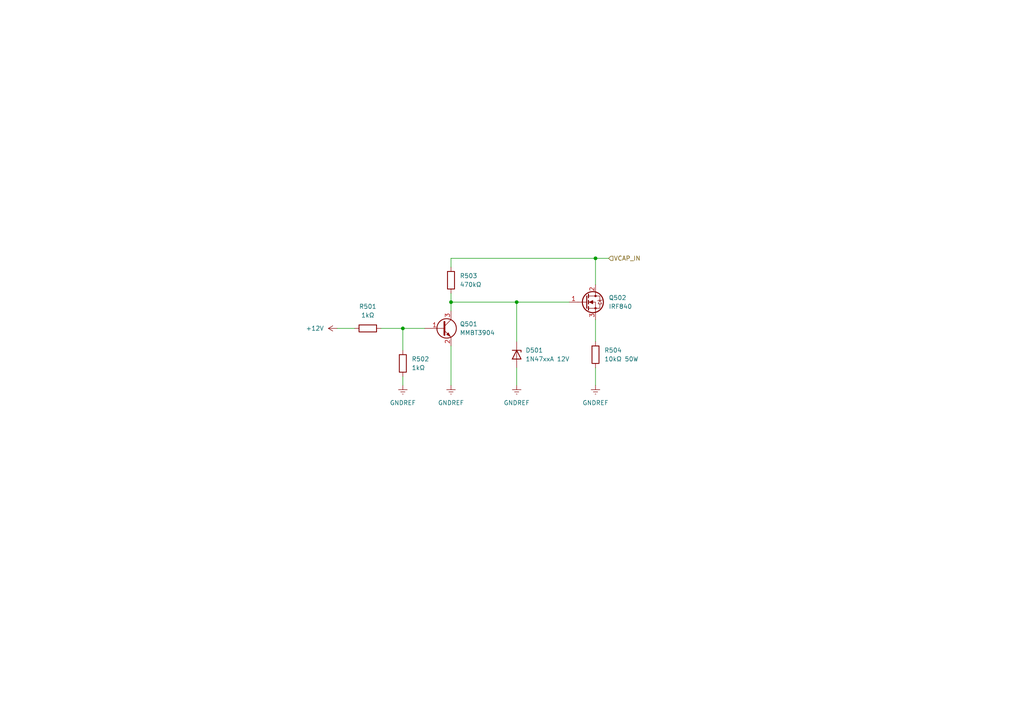
<source format=kicad_sch>
(kicad_sch (version 20211123) (generator eeschema)
  (paper "A4")
  (title_block (title "Ball Plunger Board") (date "2022-09-02") (rev "1") (company "Politeknik Negeri Ujung Pandang") (comment 1 "Engineer: Nur Wahyu Mahardika"))
  (lib_symbols
    (symbol "Ball_Plunger_Lib:IRF840" (pin_names (offset 1.016) hide)
      (property "Reference" "Q" (at 5.588 1.1684 0))
      (property "Value" "IRF840" (at 5.588 -1.143 0))
      (symbol "IRF840_0_1"
        (polyline (pts (xy 0 0) (xy -2.54 0)))
        (polyline (pts (xy 0 1.778) (xy 0 -1.778)) (stroke (width 0.3048)))
        (polyline (pts (xy 0.508 -1.778) (xy 2.54 -1.778)))
        (polyline (pts (xy 0.508 -1.27) (xy 0.508 -2.286)) (stroke (width 0.3048)))
        (polyline (pts (xy 0.508 0.508) (xy 0.508 -0.508)) (stroke (width 0.3048)))
        (polyline (pts (xy 0.508 1.27) (xy 0.508 2.286)) (stroke (width 0.3048)))
        (polyline (pts (xy 0.508 1.778) (xy 2.54 1.778) (xy 2.54 2.54)))
        (polyline (pts (xy 2.54 -2.54) (xy 2.54 0) (xy 0.508 0)))
        (polyline (pts (xy 2.54 1.778) (xy 3.81 1.778) (xy 3.81 0.508)))
        (polyline (pts (xy 3.81 -0.508) (xy 3.81 -1.778) (xy 2.54 -1.778)))
        (polyline (pts (xy 0.762 0) (xy 1.778 0.508) (xy 1.778 -0.508) (xy 0.762 0)) (fill (type outline)))
        (polyline (pts (xy 3.81 0.508) (xy 3.302 -0.508) (xy 4.318 -0.508) (xy 3.81 0.508)))
        (polyline (pts (xy 4.445 0.635) (xy 4.318 0.508) (xy 3.302 0.508) (xy 3.175 0.381)))
        (circle (center 1.778 0) (radius 3.048) (stroke (width 0.3048)))
        (circle (center 2.54 -1.778) (radius 0.254) (fill (type outline)))
        (circle (center 2.54 1.778) (radius 0.254) (fill (type outline)))
      )
      (symbol "IRF840_1_1"
        (pin input line (at -5.08 0 0) (length 2.54) (name "G") (number "1"))
        (pin passive line (at 2.54 5.08 270) (length 2.54) (name "D") (number "2"))
        (pin passive line (at 2.54 -5.08 90) (length 2.54) (name "S") (number "3"))
      )
    )
    (symbol "Device:R" (pin_numbers hide) (pin_names (offset 0))
      (property "Reference" "R" (at 2.032 0 90))
      (property "Value" "R" (at 0 0 90))
      (symbol "R_0_1"
        (rectangle (start -1.016 -2.54) (end 1.016 2.54) (stroke (width 0.254)))
      )
      (symbol "R_1_1"
        (pin passive line (at 0 3.81 270) (length 1.27) (name "~") (number "1"))
        (pin passive line (at 0 -3.81 90) (length 1.27) (name "~") (number "2"))
      )
    )
    (symbol "Diode:1N47xxA" (pin_numbers hide) (pin_names hide)
      (property "Reference" "D" (at 0 2.54 0))
      (property "Value" "1N47xxA" (at 0 -2.54 0))
      (symbol "1N47xxA_0_1"
        (polyline (pts (xy 1.27 0) (xy -1.27 0)))
        (polyline (pts (xy -1.27 -1.27) (xy -1.27 1.27) (xy -0.762 1.27)) (stroke (width 0.254)))
        (polyline (pts (xy 1.27 -1.27) (xy 1.27 1.27) (xy -1.27 0) (xy 1.27 -1.27)) (stroke (width 0.254)))
      )
      (symbol "1N47xxA_1_1"
        (pin passive line (at -3.81 0 0) (length 2.54) (name "K") (number "1"))
        (pin passive line (at 3.81 0 180) (length 2.54) (name "A") (number "2"))
      )
    )
    (symbol "Transistor_BJT:MMBT3904" (pin_names (offset 0) hide)
      (property "Reference" "Q" (at 5.08 1.905 0))
      (property "Value" "MMBT3904" (at 5.08 0 0))
      (symbol "MMBT3904_0_1"
        (polyline (pts (xy 0.635 0.635) (xy 2.54 2.54)))
        (polyline (pts (xy 0.635 -0.635) (xy 2.54 -2.54) (xy 2.54 -2.54)))
        (polyline (pts (xy 0.635 1.905) (xy 0.635 -1.905) (xy 0.635 -1.905)) (stroke (width 0.508)))
        (polyline (pts (xy 1.27 -1.778) (xy 1.778 -1.27) (xy 2.286 -2.286) (xy 1.27 -1.778) (xy 1.27 -1.778)) (fill (type outline)))
        (circle (center 1.27 0) (radius 2.8194) (stroke (width 0.254)))
      )
      (symbol "MMBT3904_1_1"
        (pin input line (at -5.08 0 0) (length 5.715) (name "B") (number "1"))
        (pin passive line (at 2.54 -5.08 90) (length 2.54) (name "E") (number "2"))
        (pin passive line (at 2.54 5.08 270) (length 2.54) (name "C") (number "3"))
      )
    )
    (symbol "power:+12V" (power) (pin_names (offset 0))
      (property "Value" "+12V" (at 0 3.556 0))
      (symbol "+12V_0_1"
        (polyline (pts (xy -0.762 1.27) (xy 0 2.54)))
        (polyline (pts (xy 0 0) (xy 0 2.54)))
        (polyline (pts (xy 0 2.54) (xy 0.762 1.27)))
      )
      (symbol "+12V_1_1"
        (pin power_in line (at 0 0 90) (length 0) hide (name "+12V") (number "1"))
      )
    )
    (symbol "power:GNDREF" (power) (pin_names (offset 0))
      (property "Value" "GNDREF" (at 0 -3.81 0))
      (symbol "GNDREF_0_1"
        (polyline (pts (xy -0.635 -1.905) (xy 0.635 -1.905)))
        (polyline (pts (xy -0.127 -2.54) (xy 0.127 -2.54)))
        (polyline (pts (xy 0 -1.27) (xy 0 0)))
        (polyline (pts (xy 1.27 -1.27) (xy -1.27 -1.27)))
      )
      (symbol "GNDREF_1_1"
        (pin power_in line (at 0 0 270) (length 0) hide (name "GNDREF") (number "1"))
      )
    )
  )
  (junction (at 130.81 87.63))
  (junction (at 116.84 95.25))
  (junction (at 172.72 74.93))
  (junction (at 149.86 87.63))
  (wire (pts (xy 130.81 77.47) (xy 130.81 74.93)))
  (wire (pts (xy 149.86 106.68) (xy 149.86 111.76)))
  (wire (pts (xy 172.72 92.71) (xy 172.72 99.06)))
  (wire (pts (xy 172.72 106.68) (xy 172.72 111.76)))
  (wire (pts (xy 176.53 74.93) (xy 172.72 74.93)))
  (wire (pts (xy 130.81 74.93) (xy 172.72 74.93)))
  (wire (pts (xy 130.81 87.63) (xy 130.81 90.17)))
  (wire (pts (xy 116.84 95.25) (xy 123.19 95.25)))
  (wire (pts (xy 149.86 87.63) (xy 165.1 87.63)))
  (wire (pts (xy 130.81 100.33) (xy 130.81 111.76)))
  (wire (pts (xy 110.49 95.25) (xy 116.84 95.25)))
  (wire (pts (xy 97.79 95.25) (xy 102.87 95.25)))
  (wire (pts (xy 149.86 87.63) (xy 149.86 99.06)))
  (wire (pts (xy 172.72 74.93) (xy 172.72 82.55)))
  (wire (pts (xy 130.81 87.63) (xy 149.86 87.63)))
  (wire (pts (xy 116.84 101.6) (xy 116.84 95.25)))
  (wire (pts (xy 116.84 109.22) (xy 116.84 111.76)))
  (wire (pts (xy 130.81 85.09) (xy 130.81 87.63)))
  (hierarchical_label "VCAP_IN" (shape input) (at 176.53 74.93 0))
  (symbol (lib_id "power:GNDREF") (at 130.81 111.76 0) (unit 1)
    (property "Reference" "#PWR0503" (effects hide))
    (property "Value" "GNDREF" (at 130.81 116.84 0))
  )
  (symbol (lib_id "power:GNDREF") (at 116.84 111.76 0) (unit 1)
    (property "Reference" "#PWR0502" (effects hide))
    (property "Value" "GNDREF" (at 116.84 116.84 0))
  )
  (symbol (lib_id "Ball_Plunger_Lib:IRF840") (at 170.18 87.63 0) (unit 1)
    (property "Reference" "Q502" (at 176.53 86.3599 0) (effects (justify left)))
    (property "Value" "IRF840" (at 176.53 88.8999 0) (effects (justify left)))
    (property "Footprint" "Package_TO_SOT_THT:TO-220-3_Vertical" (effects hide))
    (property "Datasheet" "https://www.vishay.com/docs/91070/91070.pdf" (effects hide))
  )
  (symbol (lib_id "Device:R") (at 130.81 81.28 0) (unit 1)
    (property "Reference" "R503" (at 133.35 80.0099 0) (effects (justify left)))
    (property "Value" "470kΩ" (at 133.35 82.5499 0) (effects (justify left)))
    (property "Footprint" "Resistor_SMD:R_0805_2012Metric_Pad1.20x1.40mm_HandSolder" (effects hide))
  )
  (symbol (lib_id "power:+12V") (at 97.79 95.25 90) (unit 1)
    (property "Reference" "#PWR0501" (effects hide))
    (property "Value" "+12V" (at 93.98 95.2499 90) (effects (justify left)))
  )
  (symbol (lib_id "Device:R") (at 106.68 95.25 90) (unit 1)
    (property "Reference" "R501" (at 106.68 88.9 90))
    (property "Value" "1kΩ" (at 106.68 91.44 90))
    (property "Footprint" "Resistor_SMD:R_1206_3216Metric_Pad1.30x1.75mm_HandSolder" (effects hide))
  )
  (symbol (lib_id "Device:R") (at 172.72 102.87 0) (unit 1)
    (property "Reference" "R504" (at 175.26 101.5999 0) (effects (justify left)))
    (property "Value" "10kΩ 50W" (at 175.26 104.1399 0) (effects (justify left)))
    (property "Footprint" "TerminalBlock_Phoenix:TerminalBlock_Phoenix_MKDS-1,5-2-5.08_1x02_P5.08mm_Horizontal" (effects hide))
  )
  (symbol (lib_id "Device:R") (at 116.84 105.41 0) (unit 1)
    (property "Reference" "R502" (at 119.38 104.1399 0) (effects (justify left)))
    (property "Value" "1kΩ" (at 119.38 106.6799 0) (effects (justify left)))
    (property "Footprint" "Resistor_SMD:R_1206_3216Metric_Pad1.30x1.75mm_HandSolder" (effects hide))
  )
  (symbol (lib_id "Diode:1N47xxA") (at 149.86 102.87 270) (unit 1)
    (property "Reference" "D501" (at 152.4 101.5999 90) (effects (justify left)))
    (property "Value" "1N47xxA 12V" (at 152.4 104.1399 90) (effects (justify left)))
    (property "Footprint" "Diode_THT:D_DO-41_SOD81_P3.81mm_Vertical_KathodeUp" (effects hide))
    (property "Datasheet" "https://www.vishay.com/docs/85816/1n4728a.pdf" (effects hide))
  )
  (symbol (lib_id "Transistor_BJT:MMBT3904") (at 128.27 95.25 0) (unit 1)
    (property "Reference" "Q501" (at 133.35 93.9799 0) (effects (justify left)))
    (property "Value" "MMBT3904" (at 133.35 96.5199 0) (effects (justify left)))
    (property "Footprint" "Package_TO_SOT_SMD:SOT-23" (effects hide))
    (property "Datasheet" "https://www.onsemi.com/pub/Collateral/2N3903-D.PDF" (effects hide))
  )
  (symbol (lib_id "power:GNDREF") (at 149.86 111.76 0) (unit 1)
    (property "Reference" "#PWR0504" (effects hide))
    (property "Value" "GNDREF" (at 149.86 116.84 0))
  )
  (symbol (lib_id "power:GNDREF") (at 172.72 111.76 0) (unit 1)
    (property "Reference" "#PWR0505" (effects hide))
    (property "Value" "GNDREF" (at 172.72 116.84 0))
  )
)
</source>
